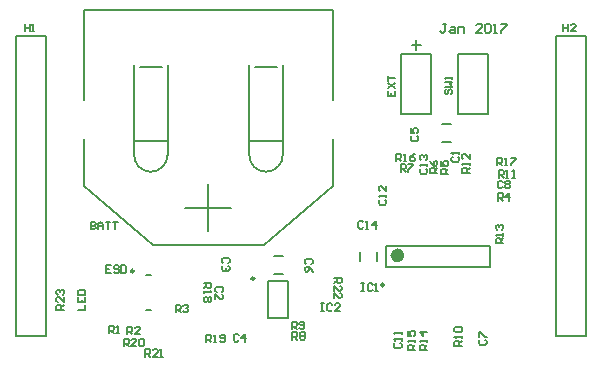
<source format=gto>
%FSLAX24Y24*%
%MOIN*%
G70*
G01*
G75*
G04 Layer_Color=65535*
%ADD10R,0.0669X0.0433*%
%ADD11R,0.0157X0.0276*%
%ADD12O,0.0236X0.0866*%
%ADD13R,0.0276X0.0157*%
%ADD14R,0.0512X0.0394*%
%ADD15R,0.0512X0.0236*%
%ADD16O,0.0669X0.0177*%
%ADD17R,0.1559X0.1559*%
%ADD18R,0.0433X0.0669*%
%ADD19C,0.0200*%
%ADD20C,0.0100*%
%ADD21C,0.0591*%
%ADD22R,0.0591X0.0591*%
%ADD23C,0.0965*%
%ADD24C,0.0290*%
%ADD25C,0.0098*%
%ADD26C,0.0236*%
%ADD27C,0.0079*%
%ADD28C,0.0050*%
%ADD29C,0.0059*%
%ADD30C,0.0070*%
D25*
X19585Y2945D02*
G03*
X19585Y2945I-49J0D01*
G01*
X11248Y3409D02*
G03*
X11248Y3409I-49J0D01*
G01*
X15262Y3159D02*
G03*
X15262Y3159I-49J0D01*
G01*
D26*
X20150Y3929D02*
G03*
X20150Y3929I-118J0D01*
G01*
D27*
X15092Y7279D02*
G03*
X16210Y7297I559J0D01*
G01*
X11250D02*
G03*
X12368Y7279I559J-18D01*
G01*
X8300Y1250D02*
Y10500D01*
Y11250D01*
X7300D02*
X8300D01*
X7300Y1250D02*
Y11250D01*
Y1250D02*
X8300D01*
X18775Y3743D02*
Y4057D01*
X19365Y3743D02*
Y4057D01*
X19638Y3536D02*
X23102D01*
X19638Y4244D02*
X23102D01*
X19638Y3536D02*
Y4244D01*
X23102Y3536D02*
Y4244D01*
X11651Y3291D02*
X11809D01*
X11651Y2109D02*
X11809D01*
X15705Y1860D02*
Y3080D01*
X16375Y1860D02*
Y3080D01*
X15705D02*
X16375D01*
X15705Y1860D02*
X16375D01*
X13730Y4759D02*
Y6295D01*
X12962Y5527D02*
X14498D01*
X15092Y7751D02*
X16210D01*
X15092Y7279D02*
Y10271D01*
X17884Y9100D02*
Y12121D01*
X9576D02*
X17884D01*
X9576Y9100D02*
Y12121D01*
X17884Y6255D02*
Y7820D01*
X9576Y6255D02*
Y7820D01*
X11880Y4287D02*
X15580D01*
X9576Y6255D02*
X11880Y4287D01*
X15580D02*
X17884Y6255D01*
X16210Y7279D02*
Y10271D01*
X15289Y10212D02*
X16013D01*
X11447D02*
X12171D01*
X11250Y7279D02*
Y10271D01*
X12368Y7279D02*
Y10271D01*
X11250Y7751D02*
X12368D01*
X21503Y7705D02*
X21817D01*
X21503Y8295D02*
X21817D01*
X21160Y8650D02*
Y10650D01*
X20160D02*
X21160D01*
X20160Y8650D02*
Y10650D01*
Y8650D02*
X21160D01*
X22060D02*
X23060D01*
X22060D02*
Y10650D01*
X23060D01*
Y8650D02*
Y10650D01*
X15903Y3315D02*
X16217D01*
X15903Y3905D02*
X16217D01*
X26300Y1250D02*
Y10500D01*
Y11250D01*
X25300D02*
X26300D01*
X25300Y1250D02*
Y11250D01*
Y1250D02*
X26300D01*
D28*
X21642Y9467D02*
X21600Y9425D01*
Y9342D01*
X21642Y9300D01*
X21683D01*
X21725Y9342D01*
Y9425D01*
X21767Y9467D01*
X21808D01*
X21850Y9425D01*
Y9342D01*
X21808Y9300D01*
X21600Y9550D02*
X21850D01*
X21767Y9633D01*
X21850Y9717D01*
X21600D01*
X21850Y9800D02*
Y9883D01*
Y9841D01*
X21600D01*
X21642Y9800D01*
X17920Y3170D02*
X18170D01*
Y3045D01*
X18128Y3003D01*
X18045D01*
X18003Y3045D01*
Y3170D01*
Y3087D02*
X17920Y3003D01*
Y2753D02*
Y2920D01*
X18087Y2753D01*
X18128D01*
X18170Y2795D01*
Y2878D01*
X18128Y2920D01*
X17920Y2504D02*
Y2670D01*
X18087Y2504D01*
X18128D01*
X18170Y2545D01*
Y2629D01*
X18128Y2670D01*
X11620Y560D02*
Y810D01*
X11745D01*
X11787Y768D01*
Y685D01*
X11745Y643D01*
X11620D01*
X11703D02*
X11787Y560D01*
X12037D02*
X11870D01*
X12037Y727D01*
Y768D01*
X11995Y810D01*
X11912D01*
X11870Y768D01*
X12120Y560D02*
X12203D01*
X12161D01*
Y810D01*
X12120Y768D01*
X10910Y900D02*
Y1150D01*
X11035D01*
X11077Y1108D01*
Y1025D01*
X11035Y983D01*
X10910D01*
X10993D02*
X11077Y900D01*
X11327D02*
X11160D01*
X11327Y1067D01*
Y1108D01*
X11285Y1150D01*
X11202D01*
X11160Y1108D01*
X11410D02*
X11451Y1150D01*
X11535D01*
X11576Y1108D01*
Y942D01*
X11535Y900D01*
X11451D01*
X11410Y942D01*
Y1108D01*
X13660Y1040D02*
Y1290D01*
X13785D01*
X13827Y1248D01*
Y1165D01*
X13785Y1123D01*
X13660D01*
X13743D02*
X13827Y1040D01*
X13910D02*
X13993D01*
X13952D01*
Y1290D01*
X13910Y1248D01*
X14118Y1082D02*
X14160Y1040D01*
X14243D01*
X14285Y1082D01*
Y1248D01*
X14243Y1290D01*
X14160D01*
X14118Y1248D01*
Y1207D01*
X14160Y1165D01*
X14285D01*
X13580Y3000D02*
X13830D01*
Y2875D01*
X13788Y2833D01*
X13705D01*
X13663Y2875D01*
Y3000D01*
Y2917D02*
X13580Y2833D01*
Y2750D02*
Y2667D01*
Y2708D01*
X13830D01*
X13788Y2750D01*
Y2542D02*
X13830Y2500D01*
Y2417D01*
X13788Y2375D01*
X13747D01*
X13705Y2417D01*
X13663Y2375D01*
X13622D01*
X13580Y2417D01*
Y2500D01*
X13622Y2542D01*
X13663D01*
X13705Y2500D01*
X13747Y2542D01*
X13788D01*
X13705Y2500D02*
Y2417D01*
X23350Y6930D02*
Y7180D01*
X23475D01*
X23517Y7138D01*
Y7055D01*
X23475Y7013D01*
X23350D01*
X23433D02*
X23517Y6930D01*
X23600D02*
X23683D01*
X23642D01*
Y7180D01*
X23600Y7138D01*
X23808Y7180D02*
X23975D01*
Y7138D01*
X23808Y6972D01*
Y6930D01*
X19990Y7070D02*
Y7320D01*
X20115D01*
X20157Y7278D01*
Y7195D01*
X20115Y7153D01*
X19990D01*
X20073D02*
X20157Y7070D01*
X20240D02*
X20323D01*
X20282D01*
Y7320D01*
X20240Y7278D01*
X20615Y7320D02*
X20531Y7278D01*
X20448Y7195D01*
Y7112D01*
X20490Y7070D01*
X20573D01*
X20615Y7112D01*
Y7153D01*
X20573Y7195D01*
X20448D01*
X20620Y780D02*
X20370D01*
Y905D01*
X20412Y947D01*
X20495D01*
X20537Y905D01*
Y780D01*
Y863D02*
X20620Y947D01*
Y1030D02*
Y1113D01*
Y1072D01*
X20370D01*
X20412Y1030D01*
X20370Y1405D02*
Y1238D01*
X20495D01*
X20453Y1321D01*
Y1363D01*
X20495Y1405D01*
X20578D01*
X20620Y1363D01*
Y1280D01*
X20578Y1238D01*
X21020Y780D02*
X20770D01*
Y905D01*
X20812Y947D01*
X20895D01*
X20937Y905D01*
Y780D01*
Y863D02*
X21020Y947D01*
Y1030D02*
Y1113D01*
Y1072D01*
X20770D01*
X20812Y1030D01*
X21020Y1363D02*
X20770D01*
X20895Y1238D01*
Y1405D01*
X23550Y4330D02*
X23300D01*
Y4455D01*
X23342Y4497D01*
X23425D01*
X23467Y4455D01*
Y4330D01*
Y4413D02*
X23550Y4497D01*
Y4580D02*
Y4663D01*
Y4622D01*
X23300D01*
X23342Y4580D01*
Y4788D02*
X23300Y4830D01*
Y4913D01*
X23342Y4955D01*
X23383D01*
X23425Y4913D01*
Y4871D01*
Y4913D01*
X23467Y4955D01*
X23508D01*
X23550Y4913D01*
Y4830D01*
X23508Y4788D01*
X22440Y6690D02*
X22190D01*
Y6815D01*
X22232Y6857D01*
X22315D01*
X22357Y6815D01*
Y6690D01*
Y6773D02*
X22440Y6857D01*
Y6940D02*
Y7023D01*
Y6982D01*
X22190D01*
X22232Y6940D01*
X22440Y7315D02*
Y7148D01*
X22273Y7315D01*
X22232D01*
X22190Y7273D01*
Y7190D01*
X22232Y7148D01*
X23400Y6520D02*
Y6770D01*
X23525D01*
X23567Y6728D01*
Y6645D01*
X23525Y6603D01*
X23400D01*
X23483D02*
X23567Y6520D01*
X23650D02*
X23733D01*
X23692D01*
Y6770D01*
X23650Y6728D01*
X23858Y6520D02*
X23941D01*
X23900D01*
Y6770D01*
X23858Y6728D01*
X22180Y920D02*
X21930D01*
Y1045D01*
X21972Y1087D01*
X22055D01*
X22097Y1045D01*
Y920D01*
Y1003D02*
X22180Y1087D01*
Y1170D02*
Y1253D01*
Y1212D01*
X21930D01*
X21972Y1170D01*
Y1378D02*
X21930Y1420D01*
Y1503D01*
X21972Y1545D01*
X22138D01*
X22180Y1503D01*
Y1420D01*
X22138Y1378D01*
X21972D01*
X16510Y1470D02*
Y1720D01*
X16635D01*
X16677Y1678D01*
Y1595D01*
X16635Y1553D01*
X16510D01*
X16593D02*
X16677Y1470D01*
X16760Y1512D02*
X16802Y1470D01*
X16885D01*
X16927Y1512D01*
Y1678D01*
X16885Y1720D01*
X16802D01*
X16760Y1678D01*
Y1637D01*
X16802Y1595D01*
X16927D01*
X16530Y1120D02*
Y1370D01*
X16655D01*
X16697Y1328D01*
Y1245D01*
X16655Y1203D01*
X16530D01*
X16613D02*
X16697Y1120D01*
X16780Y1328D02*
X16822Y1370D01*
X16905D01*
X16947Y1328D01*
Y1287D01*
X16905Y1245D01*
X16947Y1203D01*
Y1162D01*
X16905Y1120D01*
X16822D01*
X16780Y1162D01*
Y1203D01*
X16822Y1245D01*
X16780Y1287D01*
Y1328D01*
X16822Y1245D02*
X16905D01*
X20140Y6720D02*
Y6970D01*
X20265D01*
X20307Y6928D01*
Y6845D01*
X20265Y6803D01*
X20140D01*
X20223D02*
X20307Y6720D01*
X20390Y6970D02*
X20557D01*
Y6928D01*
X20390Y6762D01*
Y6720D01*
X21360Y6670D02*
X21110D01*
Y6795D01*
X21152Y6837D01*
X21235D01*
X21277Y6795D01*
Y6670D01*
Y6753D02*
X21360Y6837D01*
X21110Y7087D02*
X21152Y7003D01*
X21235Y6920D01*
X21318D01*
X21360Y6962D01*
Y7045D01*
X21318Y7087D01*
X21277D01*
X21235Y7045D01*
Y6920D01*
X21730Y6660D02*
X21480D01*
Y6785D01*
X21522Y6827D01*
X21605D01*
X21647Y6785D01*
Y6660D01*
Y6743D02*
X21730Y6827D01*
X21480Y7077D02*
Y6910D01*
X21605D01*
X21563Y6993D01*
Y7035D01*
X21605Y7077D01*
X21688D01*
X21730Y7035D01*
Y6952D01*
X21688Y6910D01*
X23380Y5760D02*
Y6010D01*
X23505D01*
X23547Y5968D01*
Y5885D01*
X23505Y5843D01*
X23380D01*
X23463D02*
X23547Y5760D01*
X23755D02*
Y6010D01*
X23630Y5885D01*
X23797D01*
X12640Y2040D02*
Y2290D01*
X12765D01*
X12807Y2248D01*
Y2165D01*
X12765Y2123D01*
X12640D01*
X12723D02*
X12807Y2040D01*
X12890Y2248D02*
X12932Y2290D01*
X13015D01*
X13057Y2248D01*
Y2207D01*
X13015Y2165D01*
X12973D01*
X13015D01*
X13057Y2123D01*
Y2082D01*
X13015Y2040D01*
X12932D01*
X12890Y2082D01*
X11030Y1300D02*
Y1550D01*
X11155D01*
X11197Y1508D01*
Y1425D01*
X11155Y1383D01*
X11030D01*
X11113D02*
X11197Y1300D01*
X11447D02*
X11280D01*
X11447Y1467D01*
Y1508D01*
X11405Y1550D01*
X11322D01*
X11280Y1508D01*
X10410Y1340D02*
Y1590D01*
X10535D01*
X10577Y1548D01*
Y1465D01*
X10535Y1423D01*
X10410D01*
X10493D02*
X10577Y1340D01*
X10660D02*
X10743D01*
X10702D01*
Y1590D01*
X10660Y1548D01*
X17490Y2330D02*
X17573D01*
X17532D01*
Y2080D01*
X17490D01*
X17573D01*
X17865Y2288D02*
X17823Y2330D01*
X17740D01*
X17698Y2288D01*
Y2122D01*
X17740Y2080D01*
X17823D01*
X17865Y2122D01*
X18115Y2080D02*
X17948D01*
X18115Y2247D01*
Y2288D01*
X18073Y2330D01*
X17990D01*
X17948Y2288D01*
X18830Y3000D02*
X18913D01*
X18872D01*
Y2750D01*
X18830D01*
X18913D01*
X19205Y2958D02*
X19163Y3000D01*
X19080D01*
X19038Y2958D01*
Y2792D01*
X19080Y2750D01*
X19163D01*
X19205Y2792D01*
X19288Y2750D02*
X19371D01*
X19330D01*
Y3000D01*
X19288Y2958D01*
X25550Y11650D02*
Y11400D01*
Y11525D01*
X25717D01*
Y11650D01*
Y11400D01*
X25967D02*
X25800D01*
X25967Y11567D01*
Y11608D01*
X25925Y11650D01*
X25842D01*
X25800Y11608D01*
X7600Y11650D02*
Y11400D01*
Y11525D01*
X7767D01*
Y11650D01*
Y11400D01*
X7850D02*
X7933D01*
X7892D01*
Y11650D01*
X7850Y11608D01*
X19700Y9417D02*
Y9250D01*
X19950D01*
Y9417D01*
X19825Y9250D02*
Y9333D01*
X19700Y9500D02*
X19950Y9667D01*
X19700D02*
X19950Y9500D01*
X19700Y9750D02*
Y9916D01*
Y9833D01*
X19950D01*
X10497Y3600D02*
X10330D01*
Y3350D01*
X10497D01*
X10330Y3475D02*
X10413D01*
X10747Y3558D02*
X10705Y3600D01*
X10622D01*
X10580Y3558D01*
Y3517D01*
X10622Y3475D01*
X10705D01*
X10747Y3433D01*
Y3392D01*
X10705Y3350D01*
X10622D01*
X10580Y3392D01*
X10830Y3600D02*
Y3350D01*
X10955D01*
X10996Y3392D01*
Y3558D01*
X10955Y3600D01*
X10830D01*
X18897Y5028D02*
X18855Y5070D01*
X18772D01*
X18730Y5028D01*
Y4862D01*
X18772Y4820D01*
X18855D01*
X18897Y4862D01*
X18980Y4820D02*
X19063D01*
X19022D01*
Y5070D01*
X18980Y5028D01*
X19313Y4820D02*
Y5070D01*
X19188Y4945D01*
X19355D01*
X20822Y6827D02*
X20780Y6785D01*
Y6702D01*
X20822Y6660D01*
X20988D01*
X21030Y6702D01*
Y6785D01*
X20988Y6827D01*
X21030Y6910D02*
Y6993D01*
Y6952D01*
X20780D01*
X20822Y6910D01*
Y7118D02*
X20780Y7160D01*
Y7243D01*
X20822Y7285D01*
X20863D01*
X20905Y7243D01*
Y7201D01*
Y7243D01*
X20947Y7285D01*
X20988D01*
X21030Y7243D01*
Y7160D01*
X20988Y7118D01*
X19442Y5787D02*
X19400Y5745D01*
Y5662D01*
X19442Y5620D01*
X19608D01*
X19650Y5662D01*
Y5745D01*
X19608Y5787D01*
X19650Y5870D02*
Y5953D01*
Y5912D01*
X19400D01*
X19442Y5870D01*
X19650Y6245D02*
Y6078D01*
X19483Y6245D01*
X19442D01*
X19400Y6203D01*
Y6120D01*
X19442Y6078D01*
X19962Y1007D02*
X19920Y965D01*
Y882D01*
X19962Y840D01*
X20128D01*
X20170Y882D01*
Y965D01*
X20128Y1007D01*
X20170Y1090D02*
Y1173D01*
Y1132D01*
X19920D01*
X19962Y1090D01*
X20170Y1298D02*
Y1382D01*
Y1340D01*
X19920D01*
X19962Y1298D01*
X23537Y6378D02*
X23495Y6420D01*
X23412D01*
X23370Y6378D01*
Y6212D01*
X23412Y6170D01*
X23495D01*
X23537Y6212D01*
X23620Y6378D02*
X23662Y6420D01*
X23745D01*
X23787Y6378D01*
Y6337D01*
X23745Y6295D01*
X23787Y6253D01*
Y6212D01*
X23745Y6170D01*
X23662D01*
X23620Y6212D01*
Y6253D01*
X23662Y6295D01*
X23620Y6337D01*
Y6378D01*
X23662Y6295D02*
X23745D01*
X22792Y1127D02*
X22750Y1085D01*
Y1002D01*
X22792Y960D01*
X22958D01*
X23000Y1002D01*
Y1085D01*
X22958Y1127D01*
X22750Y1210D02*
Y1377D01*
X22792D01*
X22958Y1210D01*
X23000D01*
X17158Y3643D02*
X17200Y3685D01*
Y3768D01*
X17158Y3810D01*
X16992D01*
X16950Y3768D01*
Y3685D01*
X16992Y3643D01*
X17200Y3393D02*
X17158Y3477D01*
X17075Y3560D01*
X16992D01*
X16950Y3518D01*
Y3435D01*
X16992Y3393D01*
X17033D01*
X17075Y3435D01*
Y3560D01*
X20512Y7917D02*
X20470Y7875D01*
Y7792D01*
X20512Y7750D01*
X20678D01*
X20720Y7792D01*
Y7875D01*
X20678Y7917D01*
X20470Y8167D02*
Y8000D01*
X20595D01*
X20553Y8083D01*
Y8125D01*
X20595Y8167D01*
X20678D01*
X20720Y8125D01*
Y8042D01*
X20678Y8000D01*
X14737Y1268D02*
X14695Y1310D01*
X14612D01*
X14570Y1268D01*
Y1102D01*
X14612Y1060D01*
X14695D01*
X14737Y1102D01*
X14945Y1060D02*
Y1310D01*
X14820Y1185D01*
X14987D01*
X14398Y3673D02*
X14440Y3715D01*
Y3798D01*
X14398Y3840D01*
X14232D01*
X14190Y3798D01*
Y3715D01*
X14232Y3673D01*
X14398Y3590D02*
X14440Y3548D01*
Y3465D01*
X14398Y3423D01*
X14357D01*
X14315Y3465D01*
Y3507D01*
Y3465D01*
X14273Y3423D01*
X14232D01*
X14190Y3465D01*
Y3548D01*
X14232Y3590D01*
X14168Y2713D02*
X14210Y2755D01*
Y2838D01*
X14168Y2880D01*
X14002D01*
X13960Y2838D01*
Y2755D01*
X14002Y2713D01*
X13960Y2463D02*
Y2630D01*
X14127Y2463D01*
X14168D01*
X14210Y2505D01*
Y2588D01*
X14168Y2630D01*
X21872Y7227D02*
X21830Y7185D01*
Y7102D01*
X21872Y7060D01*
X22038D01*
X22080Y7102D01*
Y7185D01*
X22038Y7227D01*
X22080Y7310D02*
Y7393D01*
Y7352D01*
X21830D01*
X21872Y7310D01*
X9800Y5050D02*
Y4800D01*
X9925D01*
X9967Y4842D01*
Y4883D01*
X9925Y4925D01*
X9800D01*
X9925D01*
X9967Y4967D01*
Y5008D01*
X9925Y5050D01*
X9800D01*
X10050Y4800D02*
Y4967D01*
X10133Y5050D01*
X10217Y4967D01*
Y4800D01*
Y4925D01*
X10050D01*
X10300Y5050D02*
X10466D01*
X10383D01*
Y4800D01*
X10550Y5050D02*
X10716D01*
X10633D01*
Y4800D01*
X9380Y2120D02*
X9630D01*
Y2287D01*
X9380Y2537D02*
Y2370D01*
X9630D01*
Y2537D01*
X9505Y2370D02*
Y2453D01*
X9380Y2620D02*
X9630D01*
Y2745D01*
X9588Y2786D01*
X9422D01*
X9380Y2745D01*
Y2620D01*
X8910Y2120D02*
X8660D01*
Y2245D01*
X8702Y2287D01*
X8785D01*
X8827Y2245D01*
Y2120D01*
Y2203D02*
X8910Y2287D01*
Y2537D02*
Y2370D01*
X8743Y2537D01*
X8702D01*
X8660Y2495D01*
Y2412D01*
X8702Y2370D01*
Y2620D02*
X8660Y2661D01*
Y2745D01*
X8702Y2786D01*
X8743D01*
X8785Y2745D01*
Y2703D01*
Y2745D01*
X8827Y2786D01*
X8868D01*
X8910Y2745D01*
Y2661D01*
X8868Y2620D01*
D29*
X20659Y11095D02*
Y10793D01*
X20810Y10944D02*
X20508D01*
D30*
X21650Y11650D02*
X21550D01*
X21600D01*
Y11400D01*
X21550Y11350D01*
X21500D01*
X21450Y11400D01*
X21800Y11550D02*
X21900D01*
X21950Y11500D01*
Y11350D01*
X21800D01*
X21750Y11400D01*
X21800Y11450D01*
X21950D01*
X22050Y11350D02*
Y11550D01*
X22200D01*
X22250Y11500D01*
Y11350D01*
X22850D02*
X22650D01*
X22850Y11550D01*
Y11600D01*
X22800Y11650D01*
X22700D01*
X22650Y11600D01*
X22950D02*
X22999Y11650D01*
X23099D01*
X23149Y11600D01*
Y11400D01*
X23099Y11350D01*
X22999D01*
X22950Y11400D01*
Y11600D01*
X23249Y11350D02*
X23349D01*
X23299D01*
Y11650D01*
X23249Y11600D01*
X23499Y11650D02*
X23699D01*
Y11600D01*
X23499Y11400D01*
Y11350D01*
M02*

</source>
